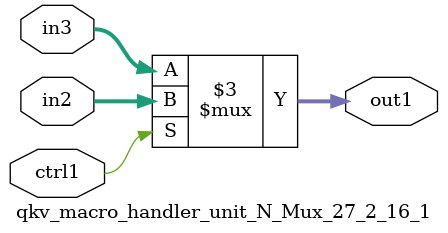
<source format=v>

`timescale 1ps / 1ps


module qkv_macro_handler_unit_N_Mux_27_2_16_1( in3, in2, ctrl1, out1 );

    input [26:0] in3;
    input [26:0] in2;
    input ctrl1;
    output [26:0] out1;
    reg [26:0] out1;

    
    // rtl_process:qkv_macro_handler_unit_N_Mux_27_2_16_1/qkv_macro_handler_unit_N_Mux_27_2_16_1_thread_1
    always @*
      begin : qkv_macro_handler_unit_N_Mux_27_2_16_1_thread_1
        case (ctrl1) 
          1'b1: 
            begin
              out1 = in2;
            end
          default: 
            begin
              out1 = in3;
            end
        endcase
      end

endmodule



</source>
